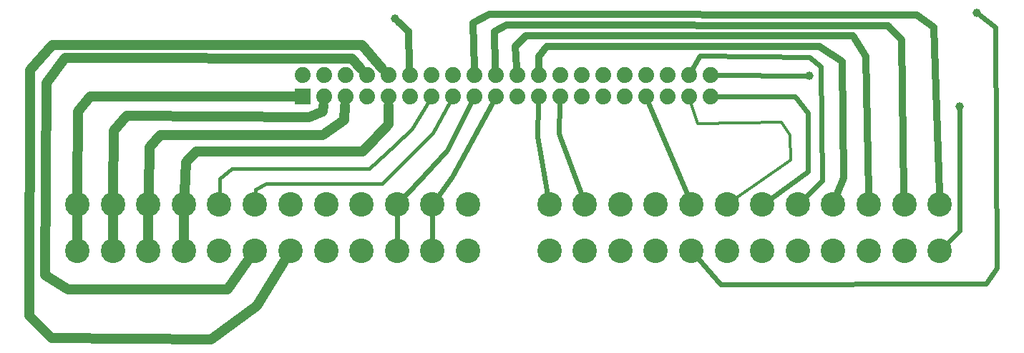
<source format=gtl>
G04 MADE WITH FRITZING*
G04 WWW.FRITZING.ORG*
G04 DOUBLE SIDED*
G04 HOLES PLATED*
G04 CONTOUR ON CENTER OF CONTOUR VECTOR*
%ASAXBY*%
%FSLAX23Y23*%
%MOIN*%
%OFA0B0*%
%SFA1.0B1.0*%
%ADD10C,0.039370*%
%ADD11C,0.114173*%
%ADD12C,0.074000*%
%ADD13R,0.000228X0.000228*%
%ADD14R,0.074000X0.074000*%
%ADD15C,0.024000*%
%ADD16C,0.048000*%
%ADD17C,0.016000*%
%ADD18C,0.032000*%
%ADD19C,0.012000*%
%LNCOPPER1*%
G90*
G70*
G54D10*
X4447Y1187D03*
G54D11*
X2158Y513D03*
X1993Y513D03*
X1827Y513D03*
X1662Y513D03*
X1497Y513D03*
X1331Y513D03*
X1166Y513D03*
X1000Y513D03*
X835Y513D03*
X670Y513D03*
X504Y513D03*
X339Y513D03*
X2158Y730D03*
X1993Y730D03*
X1827Y730D03*
X1662Y730D03*
X1497Y730D03*
X1331Y730D03*
X1166Y730D03*
X1000Y730D03*
X835Y730D03*
X670Y730D03*
X504Y730D03*
X339Y730D03*
X2158Y513D03*
X1993Y513D03*
X1827Y513D03*
X1662Y513D03*
X1497Y513D03*
X1331Y513D03*
X1166Y513D03*
X1000Y513D03*
X835Y513D03*
X670Y513D03*
X504Y513D03*
X339Y513D03*
X2158Y730D03*
X1993Y730D03*
X1827Y730D03*
X1662Y730D03*
X1497Y730D03*
X1331Y730D03*
X1166Y730D03*
X1000Y730D03*
X835Y730D03*
X670Y730D03*
X504Y730D03*
X339Y730D03*
X4356Y514D03*
X4191Y514D03*
X4025Y514D03*
X3860Y514D03*
X3695Y514D03*
X3529Y514D03*
X3364Y514D03*
X3199Y514D03*
X3033Y514D03*
X2868Y514D03*
X2703Y514D03*
X2537Y514D03*
X4356Y730D03*
X4191Y730D03*
X4025Y730D03*
X3860Y730D03*
X3695Y730D03*
X3529Y730D03*
X3364Y730D03*
X3199Y730D03*
X3033Y730D03*
X2868Y730D03*
X2703Y730D03*
X2537Y730D03*
X4356Y514D03*
X4191Y514D03*
X4025Y514D03*
X3860Y514D03*
X3695Y514D03*
X3529Y514D03*
X3364Y514D03*
X3199Y514D03*
X3033Y514D03*
X2868Y514D03*
X2703Y514D03*
X2537Y514D03*
X4356Y730D03*
X4191Y730D03*
X4025Y730D03*
X3860Y730D03*
X3695Y730D03*
X3529Y730D03*
X3364Y730D03*
X3199Y730D03*
X3033Y730D03*
X2868Y730D03*
X2703Y730D03*
X2537Y730D03*
G54D12*
X1387Y1332D03*
X1487Y1332D03*
X1587Y1332D03*
X1687Y1332D03*
X1787Y1332D03*
X1887Y1332D03*
X1987Y1332D03*
X2087Y1332D03*
X2187Y1332D03*
X2287Y1332D03*
X2387Y1332D03*
X2487Y1332D03*
X2587Y1332D03*
X2687Y1332D03*
X2787Y1332D03*
X2887Y1332D03*
X2987Y1332D03*
X3087Y1332D03*
X3187Y1332D03*
X3287Y1332D03*
X1387Y1232D03*
X1487Y1232D03*
X1587Y1232D03*
X1687Y1232D03*
X1787Y1232D03*
X1887Y1232D03*
X1987Y1232D03*
X2087Y1232D03*
X2187Y1232D03*
X2287Y1232D03*
X2387Y1232D03*
X2487Y1232D03*
X2587Y1232D03*
X2687Y1232D03*
X2787Y1232D03*
X2887Y1232D03*
X2987Y1232D03*
X3087Y1232D03*
X3187Y1232D03*
X3287Y1232D03*
G54D10*
X3747Y1330D03*
X1817Y1596D03*
X4528Y1625D03*
G54D13*
X2156Y513D03*
X342Y730D03*
X4355Y514D03*
X2540Y730D03*
G54D14*
X1387Y1232D03*
G54D15*
X3181Y773D02*
X2999Y1204D01*
D02*
X4450Y606D02*
X4447Y1168D01*
D02*
X4389Y546D02*
X4450Y606D01*
G54D16*
D02*
X339Y787D02*
X341Y1163D01*
D02*
X341Y1163D02*
X400Y1232D01*
D02*
X400Y1232D02*
X1345Y1232D01*
D02*
X568Y1143D02*
X1420Y1137D01*
D02*
X505Y787D02*
X509Y1074D01*
D02*
X1420Y1137D02*
X1483Y1163D01*
D02*
X1483Y1163D02*
X1485Y1190D01*
D02*
X509Y1074D02*
X568Y1143D01*
D02*
X726Y1054D02*
X1483Y1054D01*
D02*
X671Y787D02*
X676Y997D01*
D02*
X676Y997D02*
X726Y1054D01*
D02*
X1581Y1123D02*
X1585Y1190D01*
D02*
X1483Y1054D02*
X1581Y1123D01*
D02*
X893Y977D02*
X1670Y977D01*
D02*
X844Y928D02*
X893Y977D01*
D02*
X838Y787D02*
X844Y928D01*
D02*
X1670Y977D02*
X1788Y1104D01*
D02*
X1788Y1104D02*
X1788Y1190D01*
G54D17*
D02*
X1001Y849D02*
X1059Y898D01*
D02*
X1818Y1006D02*
X1897Y1085D01*
D02*
X1700Y898D02*
X1818Y1006D01*
D02*
X1059Y898D02*
X1700Y898D01*
D02*
X1897Y1085D02*
X1974Y1211D01*
D02*
X1001Y771D02*
X1001Y849D01*
D02*
X1168Y799D02*
X1218Y828D01*
D02*
X1758Y828D02*
X1995Y1065D01*
D02*
X1218Y828D02*
X1758Y828D01*
D02*
X1167Y771D02*
X1168Y799D01*
D02*
X1996Y1065D02*
X2075Y1210D01*
G54D16*
D02*
X339Y560D02*
X339Y683D01*
D02*
X504Y560D02*
X504Y683D01*
D02*
X670Y560D02*
X670Y683D01*
D02*
X835Y560D02*
X835Y683D01*
G54D15*
D02*
X1956Y867D02*
X2063Y985D01*
D02*
X1859Y764D02*
X1956Y867D01*
D02*
X2063Y985D02*
X2173Y1205D01*
D02*
X2085Y859D02*
X2272Y1205D01*
D02*
X2020Y768D02*
X2085Y859D01*
D02*
X1827Y560D02*
X1827Y683D01*
D02*
X1993Y560D02*
X1993Y683D01*
D02*
X2581Y1061D02*
X2586Y1201D01*
D02*
X2687Y774D02*
X2581Y1061D01*
D02*
X2483Y1046D02*
X2486Y1201D01*
D02*
X2529Y776D02*
X2483Y1046D01*
G54D18*
D02*
X2260Y1617D02*
X2183Y1577D01*
D02*
X4329Y1556D02*
X4247Y1615D01*
D02*
X2183Y1577D02*
X2187Y1369D01*
D02*
X4247Y1615D02*
X2260Y1617D01*
D02*
X4354Y782D02*
X4329Y1556D01*
D02*
X4116Y1563D02*
X2340Y1568D01*
D02*
X4179Y1498D02*
X4116Y1563D01*
D02*
X2340Y1568D02*
X2281Y1538D01*
D02*
X4190Y782D02*
X4179Y1498D01*
D02*
X2281Y1538D02*
X2286Y1369D01*
D02*
X3953Y1517D02*
X2428Y1517D01*
D02*
X4013Y1419D02*
X3953Y1517D01*
D02*
X2428Y1517D02*
X2379Y1468D01*
D02*
X2379Y1468D02*
X2385Y1369D01*
D02*
X4024Y782D02*
X4013Y1419D01*
D02*
X2526Y1468D02*
X2487Y1419D01*
D02*
X2487Y1419D02*
X2487Y1369D01*
D02*
X3796Y1468D02*
X2526Y1468D01*
D02*
X3903Y1396D02*
X3796Y1468D01*
D02*
X3909Y852D02*
X3903Y1396D01*
D02*
X3880Y779D02*
X3909Y852D01*
G54D15*
D02*
X3728Y1330D02*
X3318Y1332D01*
D02*
X3240Y1424D02*
X3203Y1359D01*
D02*
X3748Y1418D02*
X3240Y1424D01*
D02*
X3801Y1374D02*
X3748Y1418D01*
D02*
X3807Y839D02*
X3801Y1374D01*
D02*
X3728Y763D02*
X3807Y839D01*
G54D16*
D02*
X195Y1297D02*
X283Y1413D01*
D02*
X283Y1413D02*
X1620Y1409D01*
D02*
X1620Y1409D02*
X1659Y1364D01*
D02*
X188Y400D02*
X195Y1297D01*
D02*
X294Y332D02*
X188Y400D01*
D02*
X1037Y332D02*
X294Y332D01*
D02*
X1132Y466D02*
X1037Y332D01*
D02*
X222Y1474D02*
X1027Y1474D01*
D02*
X119Y1356D02*
X222Y1474D01*
D02*
X116Y209D02*
X119Y1356D01*
D02*
X1174Y257D02*
X961Y100D01*
D02*
X219Y106D02*
X116Y209D01*
D02*
X961Y100D02*
X219Y106D01*
D02*
X1027Y1474D02*
X1664Y1474D01*
D02*
X1664Y1474D02*
X1760Y1364D01*
D02*
X1301Y464D02*
X1174Y257D01*
G54D18*
D02*
X1883Y1536D02*
X1886Y1369D01*
D02*
X1835Y1580D02*
X1883Y1536D01*
G54D15*
D02*
X3742Y883D02*
X3742Y1158D01*
D02*
X3742Y1158D02*
X3683Y1232D01*
D02*
X3683Y1232D02*
X3318Y1232D01*
D02*
X3567Y758D02*
X3742Y883D01*
G54D19*
D02*
X3659Y1055D02*
X3618Y1114D01*
D02*
X3662Y936D02*
X3659Y1055D01*
D02*
X3618Y1114D02*
X3228Y1108D01*
D02*
X3228Y1108D02*
X3195Y1208D01*
D02*
X3398Y754D02*
X3662Y936D01*
G54D15*
D02*
X3334Y357D02*
X4573Y360D01*
D02*
X4573Y360D02*
X4623Y434D01*
D02*
X4614Y1557D02*
X4543Y1613D01*
D02*
X4623Y434D02*
X4614Y1557D01*
D02*
X3229Y479D02*
X3334Y357D01*
G04 End of Copper1*
M02*
</source>
